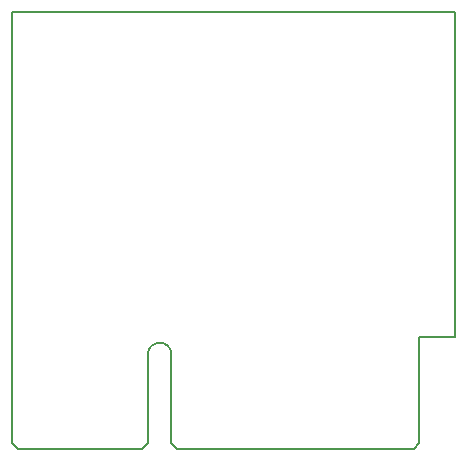
<source format=gbr>
G04 #@! TF.GenerationSoftware,KiCad,Pcbnew,(5.0.0-rc2-dev-707-g2ed24a4)*
G04 #@! TF.CreationDate,2018-05-18T15:55:42+01:00*
G04 #@! TF.ProjectId,pcie-probing-riser,706369652D70726F62696E672D726973,rev?*
G04 #@! TF.SameCoordinates,Original*
G04 #@! TF.FileFunction,Profile,NP*
%FSLAX46Y46*%
G04 Gerber Fmt 4.6, Leading zero omitted, Abs format (unit mm)*
G04 Created by KiCad (PCBNEW (5.0.0-rc2-dev-707-g2ed24a4)) date Friday, 18 May 2018 at 15:55:42*
%MOMM*%
%LPD*%
G01*
G04 APERTURE LIST*
%ADD10C,0.150000*%
G04 APERTURE END LIST*
D10*
X10500000Y4000000D02*
G75*
G02X12500000Y4000000I1000000J0D01*
G01*
X36500000Y33000000D02*
X-1000000Y33000000D01*
X36500000Y32000000D02*
X36500000Y33000000D01*
X36500000Y5500000D02*
X36500000Y32000000D01*
X33500000Y5500000D02*
X36500000Y5500000D01*
X33500000Y-3500000D02*
X33500000Y5500000D01*
X33000000Y-4000000D02*
X33500000Y-3500000D01*
X13000000Y-4000000D02*
X33000000Y-4000000D01*
X12500000Y-3500000D02*
X13000000Y-4000000D01*
X12500000Y4000000D02*
X12500000Y-3500000D01*
X10500000Y-3500000D02*
X10500000Y4000000D01*
X10000000Y-4000000D02*
X10500000Y-3500000D01*
X-500000Y-4000000D02*
X10000000Y-4000000D01*
X-1000000Y-3500000D02*
X-500000Y-4000000D01*
X-1000000Y33000000D02*
X-1000000Y-3500000D01*
M02*

</source>
